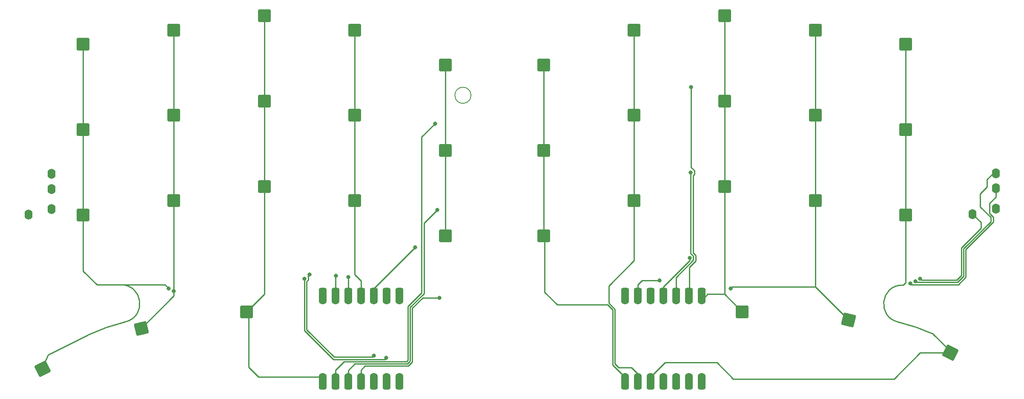
<source format=gbr>
%TF.GenerationSoftware,KiCad,Pcbnew,(6.0.6)*%
%TF.CreationDate,2022-09-11T22:53:33-06:00*%
%TF.ProjectId,miniErgo,6d696e69-4572-4676-9f2e-6b696361645f,rev?*%
%TF.SameCoordinates,Original*%
%TF.FileFunction,Copper,L1,Top*%
%TF.FilePolarity,Positive*%
%FSLAX46Y46*%
G04 Gerber Fmt 4.6, Leading zero omitted, Abs format (unit mm)*
G04 Created by KiCad (PCBNEW (6.0.6)) date 2022-09-11 22:53:33*
%MOMM*%
%LPD*%
G01*
G04 APERTURE LIST*
G04 Aperture macros list*
%AMRoundRect*
0 Rectangle with rounded corners*
0 $1 Rounding radius*
0 $2 $3 $4 $5 $6 $7 $8 $9 X,Y pos of 4 corners*
0 Add a 4 corners polygon primitive as box body*
4,1,4,$2,$3,$4,$5,$6,$7,$8,$9,$2,$3,0*
0 Add four circle primitives for the rounded corners*
1,1,$1+$1,$2,$3*
1,1,$1+$1,$4,$5*
1,1,$1+$1,$6,$7*
1,1,$1+$1,$8,$9*
0 Add four rect primitives between the rounded corners*
20,1,$1+$1,$2,$3,$4,$5,0*
20,1,$1+$1,$4,$5,$6,$7,0*
20,1,$1+$1,$6,$7,$8,$9,0*
20,1,$1+$1,$8,$9,$2,$3,0*%
G04 Aperture macros list end*
%TA.AperFunction,NonConductor*%
%ADD10C,0.150000*%
%TD*%
%TA.AperFunction,ComponentPad*%
%ADD11RoundRect,0.250000X-1.025000X-1.000000X1.025000X-1.000000X1.025000X1.000000X-1.025000X1.000000X0*%
%TD*%
%TA.AperFunction,SMDPad,CuDef*%
%ADD12RoundRect,0.400000X-0.400000X1.100000X-0.400000X-1.100000X0.400000X-1.100000X0.400000X1.100000X0*%
%TD*%
%TA.AperFunction,ComponentPad*%
%ADD13C,1.600000*%
%TD*%
%TA.AperFunction,ComponentPad*%
%ADD14O,1.600000X2.000000*%
%TD*%
%TA.AperFunction,ComponentPad*%
%ADD15RoundRect,0.250000X-0.765347X-1.210317X1.228843X-0.735234X0.765347X1.210317X-1.228843X0.735234X0*%
%TD*%
%TA.AperFunction,ComponentPad*%
%ADD16RoundRect,0.250000X-0.464023X-1.354735X1.365778X-0.430436X0.464023X1.354735X-1.365778X0.430436X0*%
%TD*%
%TA.AperFunction,SMDPad,CuDef*%
%ADD17RoundRect,0.400000X0.400000X-1.100000X0.400000X1.100000X-0.400000X1.100000X-0.400000X-1.100000X0*%
%TD*%
%TA.AperFunction,ComponentPad*%
%ADD18RoundRect,0.250000X-1.365778X-0.430436X0.464023X-1.354735X1.365778X0.430436X-0.464023X1.354735X0*%
%TD*%
%TA.AperFunction,ComponentPad*%
%ADD19RoundRect,0.250000X-1.228843X-0.735234X0.765347X-1.210317X1.228843X0.735234X-0.765347X1.210317X0*%
%TD*%
%TA.AperFunction,ViaPad*%
%ADD20C,0.800000*%
%TD*%
%TA.AperFunction,Conductor*%
%ADD21C,0.250000*%
%TD*%
G04 APERTURE END LIST*
D10*
X145189946Y-55485950D02*
G75*
G03*
X145189946Y-55485950I-1600000J0D01*
G01*
D11*
%TO.P,SWB4,1,1*%
%TO.N,Col 1 B*%
X86089912Y-42486200D03*
%TD*%
D12*
%TO.P,M2,1,D0*%
%TO.N,Col 0 B*%
X130928825Y-95372500D03*
D13*
X130928825Y-96372500D03*
%TO.P,M2,2,D1*%
%TO.N,Col 1 B*%
X128388825Y-96372500D03*
D12*
X128388825Y-95372500D03*
D13*
%TO.P,M2,3,D2*%
%TO.N,Col 4 B*%
X125848825Y-96372500D03*
D12*
X125848825Y-95372500D03*
D13*
%TO.P,M2,4,D3*%
%TO.N,Col 3 B*%
X123308825Y-96372500D03*
D12*
X123308825Y-95372500D03*
D13*
%TO.P,M2,5,D4*%
%TO.N,Net-(J2-PadR2)*%
X120768825Y-96372500D03*
D12*
X120768825Y-95372500D03*
D13*
%TO.P,M2,6,D5*%
%TO.N,Net-(J2-PadR1)*%
X118228825Y-96372500D03*
D12*
X118228825Y-95372500D03*
%TO.P,M2,7,D6*%
%TO.N,Row 3 B*%
X115688825Y-95372500D03*
D13*
X115688825Y-96372500D03*
%TO.P,M2,8,D7*%
%TO.N,Col 2 B*%
X115688825Y-111607500D03*
D12*
X115688825Y-112607500D03*
%TO.P,M2,9,D8*%
%TO.N,Row 0 B*%
X118228825Y-112607500D03*
D13*
X118228825Y-111607500D03*
D12*
%TO.P,M2,10,D9*%
%TO.N,Row 1 B*%
X120768825Y-112607500D03*
D13*
X120768825Y-111607500D03*
%TO.P,M2,11,D10*%
%TO.N,Row 2 B*%
X123308825Y-111607500D03*
D12*
X123308825Y-112607500D03*
%TO.P,M2,12,3V3*%
%TO.N,Net-(J2-PadT)*%
X125848825Y-112607500D03*
D13*
X125848825Y-111607500D03*
%TO.P,M2,13,GND*%
%TO.N,Net-(J2-PadS)*%
X128388825Y-111607500D03*
D12*
X128388825Y-112607500D03*
D13*
%TO.P,M2,14,5V*%
%TO.N,unconnected-(M2-Pad14)*%
X130928825Y-111607500D03*
D12*
X130928825Y-112607500D03*
%TD*%
D11*
%TO.P,SW10,1,1*%
%TO.N,Col 3*%
X213639912Y-42486200D03*
%TD*%
D14*
%TO.P,J2,R1*%
%TO.N,Net-(J2-PadR1)*%
X61789946Y-74148600D03*
%TO.P,J2,R2*%
%TO.N,Net-(J2-PadR2)*%
X61789946Y-71148600D03*
%TO.P,J2,S*%
%TO.N,Net-(J2-PadS)*%
X57189946Y-79248600D03*
%TO.P,J2,T*%
%TO.N,Net-(J2-PadT)*%
X61789946Y-78148600D03*
%TD*%
D11*
%TO.P,SWB8,1,1*%
%TO.N,Col 2 B*%
X104089912Y-56630000D03*
%TD*%
%TO.P,SWB12,1,1*%
%TO.N,Col 3 B*%
X122089912Y-76486200D03*
%TD*%
%TO.P,SW16,1,1*%
%TO.N,Col 2*%
X199140087Y-98630000D03*
%TD*%
%TO.P,SW11,1,1*%
%TO.N,Col 3*%
X213639912Y-59486200D03*
%TD*%
%TO.P,SWB13,1,1*%
%TO.N,Col 4 B*%
X140089912Y-49485950D03*
%TD*%
%TO.P,SWB18,1,1*%
%TO.N,Col 2 B*%
X100589737Y-98630000D03*
%TD*%
%TO.P,SWB14,1,1*%
%TO.N,Col 4 B*%
X140089912Y-66485950D03*
%TD*%
%TO.P,SW15,1,1*%
%TO.N,Col 4*%
X231639912Y-79342400D03*
%TD*%
%TO.P,SW2,1,1*%
%TO.N,Col 0*%
X159639912Y-66485950D03*
%TD*%
%TO.P,SWB10,1,1*%
%TO.N,Col 3 B*%
X122089912Y-42486200D03*
%TD*%
%TO.P,SW4,1,1*%
%TO.N,Col 1*%
X177639912Y-42486200D03*
%TD*%
%TO.P,SW14,1,1*%
%TO.N,Col 4*%
X231639912Y-62342400D03*
%TD*%
D15*
%TO.P,SWB17,1,1*%
%TO.N,Col 1 B*%
X79620108Y-101912764D03*
%TD*%
D11*
%TO.P,SWB1,1,1*%
%TO.N,Col 0 B*%
X68089912Y-45342400D03*
%TD*%
%TO.P,SW13,1,1*%
%TO.N,Col 4*%
X231639912Y-45342400D03*
%TD*%
D16*
%TO.P,SWB16,1,1*%
%TO.N,Col 0 B*%
X59980145Y-109960393D03*
%TD*%
D11*
%TO.P,SW7,1,1*%
%TO.N,Col 2*%
X195639912Y-39630000D03*
%TD*%
%TO.P,SWB3,1,1*%
%TO.N,Col 0 B*%
X68089912Y-79342400D03*
%TD*%
%TO.P,SW9,1,1*%
%TO.N,Col 2*%
X195639912Y-73630000D03*
%TD*%
%TO.P,SWB15,1,1*%
%TO.N,Col 4 B*%
X140089912Y-83485950D03*
%TD*%
%TO.P,SWB9,1,1*%
%TO.N,Col 2 B*%
X104089912Y-73630000D03*
%TD*%
%TO.P,SWB6,1,1*%
%TO.N,Col 1 B*%
X86089912Y-76486200D03*
%TD*%
%TO.P,SWB7,1,1*%
%TO.N,Col 2 B*%
X104089912Y-39630000D03*
%TD*%
D17*
%TO.P,M1,1,D0*%
%TO.N,Col 0*%
X175801000Y-112607500D03*
D13*
X175801000Y-111607500D03*
D17*
%TO.P,M1,2,D1*%
%TO.N,Col 1*%
X178341000Y-112607500D03*
D13*
X178341000Y-111607500D03*
%TO.P,M1,3,D2*%
%TO.N,Col 4*%
X180881000Y-111607500D03*
D17*
X180881000Y-112607500D03*
%TO.P,M1,4,D3*%
%TO.N,Col 3*%
X183421000Y-112607500D03*
D13*
X183421000Y-111607500D03*
%TO.P,M1,5,D4*%
%TO.N,Net-(J1-PadR2)*%
X185961000Y-111607500D03*
D17*
X185961000Y-112607500D03*
D13*
%TO.P,M1,6,D5*%
%TO.N,Net-(J1-PadR1)*%
X188501000Y-111607500D03*
D17*
X188501000Y-112607500D03*
D13*
%TO.P,M1,7,D6*%
%TO.N,Row 3*%
X191041000Y-111607500D03*
D17*
X191041000Y-112607500D03*
D13*
%TO.P,M1,8,D7*%
%TO.N,Col 2*%
X191041000Y-96372500D03*
D17*
X191041000Y-95372500D03*
D13*
%TO.P,M1,9,D8*%
%TO.N,Row 0*%
X188501000Y-96372500D03*
D17*
X188501000Y-95372500D03*
%TO.P,M1,10,D9*%
%TO.N,Row 1*%
X185961000Y-95372500D03*
D13*
X185961000Y-96372500D03*
%TO.P,M1,11,D10*%
%TO.N,Row 2*%
X183421000Y-96372500D03*
D17*
X183421000Y-95372500D03*
D13*
%TO.P,M1,12,3V3*%
%TO.N,Net-(J1-PadT)*%
X180881000Y-96372500D03*
D17*
X180881000Y-95372500D03*
%TO.P,M1,13,GND*%
%TO.N,Net-(J1-PadS)*%
X178341000Y-95372500D03*
D13*
X178341000Y-96372500D03*
D17*
%TO.P,M1,14,5V*%
%TO.N,unconnected-(M1-Pad14)*%
X175801000Y-95372500D03*
D13*
X175801000Y-96372500D03*
%TD*%
D11*
%TO.P,SW6,1,1*%
%TO.N,Col 1*%
X177639912Y-76486200D03*
%TD*%
%TO.P,SW3,1,1*%
%TO.N,Col 0*%
X159639912Y-83485950D03*
%TD*%
D14*
%TO.P,J1,R1*%
%TO.N,Net-(J1-PadR1)*%
X249539946Y-74048600D03*
%TO.P,J1,R2*%
%TO.N,Net-(J1-PadR2)*%
X249539946Y-71048600D03*
%TO.P,J1,S*%
%TO.N,Net-(J1-PadS)*%
X244939946Y-79148600D03*
%TO.P,J1,T*%
%TO.N,Net-(J1-PadT)*%
X249539946Y-78048600D03*
%TD*%
D18*
%TO.P,SW18,1,1*%
%TO.N,Col 4*%
X240501578Y-106804251D03*
%TD*%
D11*
%TO.P,SW1,1,1*%
%TO.N,Col 0*%
X159639912Y-49485950D03*
%TD*%
%TO.P,SWB5,1,1*%
%TO.N,Col 1 B*%
X86089912Y-59486200D03*
%TD*%
%TO.P,SWB2,1,1*%
%TO.N,Col 0 B*%
X68089912Y-62342400D03*
%TD*%
%TO.P,SW5,1,1*%
%TO.N,Col 1*%
X177639912Y-59486200D03*
%TD*%
%TO.P,SW12,1,1*%
%TO.N,Col 3*%
X213639912Y-76486200D03*
%TD*%
D19*
%TO.P,SW17,1,1*%
%TO.N,Col 3*%
X220300285Y-100290529D03*
%TD*%
D11*
%TO.P,SW8,1,1*%
%TO.N,Col 2*%
X195639912Y-56630000D03*
%TD*%
%TO.P,SWB11,1,1*%
%TO.N,Col 3 B*%
X122089912Y-59486200D03*
%TD*%
D20*
%TO.N,Row 0*%
X188939696Y-53886200D03*
%TO.N,Row 1*%
X188839946Y-70886200D03*
%TO.N,Row 2*%
X188689696Y-87886200D03*
%TO.N,Row 0 B*%
X138089662Y-61097303D03*
%TO.N,Row 1 B*%
X138489662Y-78285950D03*
%TO.N,Row 2 B*%
X138878309Y-95885950D03*
%TO.N,Net-(J1-PadR1)*%
X232589946Y-92985950D03*
%TO.N,Net-(J1-PadR2)*%
X233589946Y-92511450D03*
%TO.N,Net-(J1-PadS)*%
X182664745Y-92360450D03*
X234528153Y-92011450D03*
%TO.N,Net-(J2-PadR1)*%
X118339946Y-91485950D03*
%TO.N,Net-(J2-PadR2)*%
X120839946Y-91735950D03*
%TO.N,Net-(J2-PadS)*%
X112089946Y-92011450D03*
X128339946Y-107811450D03*
%TO.N,Net-(J2-PadT)*%
X113089946Y-91235950D03*
X125839946Y-107361450D03*
%TO.N,Col 3*%
X196839946Y-93985950D03*
%TO.N,Col 0 B*%
X85089946Y-93960450D03*
%TO.N,Col 1 B*%
X86089912Y-94485984D03*
%TO.N,Col 4 B*%
X134089946Y-85735950D03*
%TD*%
D21*
%TO.N,Row 0*%
X189589946Y-70485950D02*
X189589946Y-71235950D01*
X189339946Y-86849554D02*
X189864696Y-87374304D01*
X189339946Y-71485950D02*
X189339946Y-86849554D01*
X189864696Y-87374304D02*
X189864696Y-88483992D01*
X189864696Y-88483992D02*
X188589946Y-89758742D01*
X189589946Y-71235950D02*
X189339946Y-71485950D01*
X188939696Y-69835700D02*
X189589946Y-70485950D01*
X188589946Y-96283554D02*
X188501000Y-96372500D01*
X188939696Y-53886200D02*
X188939696Y-69835700D01*
X188589946Y-89758742D02*
X188589946Y-96283554D01*
%TO.N,Row 1*%
X188839946Y-86985950D02*
X189414696Y-87560700D01*
X189414696Y-88297596D02*
X185961000Y-91751292D01*
X188839946Y-70886200D02*
X188839946Y-86985950D01*
X185961000Y-91751292D02*
X185961000Y-96372500D01*
X189414696Y-87560700D02*
X189414696Y-88297596D01*
%TO.N,Row 2*%
X183421000Y-93654896D02*
X188689696Y-88386200D01*
X188689696Y-88386200D02*
X188689696Y-87886200D01*
X183421000Y-96372500D02*
X183421000Y-93654896D01*
%TO.N,Row 0 B*%
X135389946Y-94799554D02*
X132639946Y-97549554D01*
X132639946Y-108299554D02*
X132403550Y-108535950D01*
X119939946Y-108535950D02*
X118228825Y-110247071D01*
X132403550Y-108535950D02*
X119939946Y-108535950D01*
X132639946Y-97549554D02*
X132639946Y-108299554D01*
X118228825Y-110247071D02*
X118228825Y-111607500D01*
X135389946Y-63797019D02*
X135389946Y-94799554D01*
X138089662Y-61097303D02*
X135389946Y-63797019D01*
%TO.N,Row 1 B*%
X132589946Y-108985950D02*
X122089946Y-108985950D01*
X120768825Y-110307071D02*
X120768825Y-111607500D01*
X135839946Y-94985950D02*
X133089946Y-97735950D01*
X133089946Y-108485950D02*
X132589946Y-108985950D01*
X135839946Y-80935666D02*
X135839946Y-94985950D01*
X138489662Y-78285950D02*
X135839946Y-80935666D01*
X133089946Y-97735950D02*
X133089946Y-108485950D01*
X122089946Y-108985950D02*
X120768825Y-110307071D01*
%TO.N,Row 2 B*%
X123308825Y-110217071D02*
X123308825Y-111607500D01*
X135576342Y-95885950D02*
X133539946Y-97922346D01*
X124089946Y-109435950D02*
X123308825Y-110217071D01*
X133539946Y-108672346D02*
X132776342Y-109435950D01*
X133539946Y-97922346D02*
X133539946Y-108672346D01*
X132776342Y-109435950D02*
X124089946Y-109435950D01*
X138878309Y-95885950D02*
X135576342Y-95885950D01*
%TO.N,Net-(J1-PadR1)*%
X249089946Y-79735950D02*
X248339946Y-78985950D01*
X242089946Y-93235950D02*
X243589946Y-91735950D01*
X243589946Y-91735950D02*
X243589946Y-86235950D01*
X249539946Y-75785950D02*
X249539946Y-74048600D01*
X248339946Y-78985950D02*
X248339946Y-76985950D01*
X248339946Y-76985950D02*
X249539946Y-75785950D01*
X243589946Y-86235950D02*
X249089946Y-80735950D01*
X232839946Y-93235950D02*
X242089946Y-93235950D01*
X232589946Y-92985950D02*
X232839946Y-93235950D01*
X249089946Y-80735950D02*
X249089946Y-79735950D01*
%TO.N,Net-(J1-PadR2)*%
X246464945Y-75110951D02*
X247839946Y-73735950D01*
X247839946Y-73735950D02*
X247839946Y-72235950D01*
X248521748Y-79804148D02*
X246464945Y-77747345D01*
X248521748Y-80667752D02*
X248521748Y-79804148D01*
X233814446Y-92735950D02*
X241953550Y-92735950D01*
X246464945Y-77747345D02*
X246464945Y-75110951D01*
X233589946Y-92511450D02*
X233814446Y-92735950D01*
X247839946Y-72235950D02*
X249027296Y-71048600D01*
X243139946Y-86049554D02*
X248521748Y-80667752D01*
X243139946Y-91549554D02*
X243139946Y-86049554D01*
X241953550Y-92735950D02*
X243139946Y-91549554D01*
X249027296Y-71048600D02*
X249539946Y-71048600D01*
%TO.N,Net-(J1-PadS)*%
X179215446Y-92360450D02*
X178339946Y-93235950D01*
X178339946Y-93235950D02*
X178339946Y-96371446D01*
X242689946Y-85863158D02*
X246589946Y-81963158D01*
X241767154Y-92285950D02*
X242689946Y-91363158D01*
X234802653Y-92285950D02*
X241767154Y-92285950D01*
X182664745Y-92360450D02*
X179215446Y-92360450D01*
X234528153Y-92011450D02*
X234802653Y-92285950D01*
X246589946Y-80798600D02*
X244939946Y-79148600D01*
X246589946Y-81963158D02*
X246589946Y-80798600D01*
X242689946Y-91363158D02*
X242689946Y-85863158D01*
X178339946Y-96371446D02*
X178341000Y-96372500D01*
%TO.N,Net-(J2-PadR1)*%
X118228825Y-91597071D02*
X118228825Y-96372500D01*
X118339946Y-91485950D02*
X118228825Y-91597071D01*
%TO.N,Net-(J2-PadR2)*%
X120768825Y-91807071D02*
X120768825Y-96372500D01*
X120839946Y-91735950D02*
X120768825Y-91807071D01*
%TO.N,Net-(J2-PadS)*%
X128339946Y-107811450D02*
X128065446Y-108085950D01*
X117803550Y-108085950D02*
X112089946Y-102372346D01*
X128065446Y-108085950D02*
X117803550Y-108085950D01*
X112089946Y-102372346D02*
X112089946Y-92011450D01*
%TO.N,Net-(J2-PadT)*%
X112539946Y-102185950D02*
X112539946Y-92586755D01*
X112814946Y-91711145D02*
X112714849Y-91611047D01*
X112714849Y-91611047D02*
X113089946Y-91235950D01*
X125565446Y-107635950D02*
X117989946Y-107635950D01*
X125839946Y-107361450D02*
X125565446Y-107635950D01*
X112539946Y-92586755D02*
X112814946Y-92311755D01*
X112814946Y-92311755D02*
X112814946Y-91711145D01*
X117989946Y-107635950D02*
X112539946Y-102185950D01*
%TO.N,Col 0*%
X173339946Y-98235950D02*
X173339946Y-109235950D01*
X175711496Y-111607500D02*
X175801000Y-111607500D01*
X159839946Y-94735950D02*
X162339946Y-97235950D01*
X172339946Y-97235950D02*
X173339946Y-98235950D01*
X159639912Y-49485950D02*
X159639912Y-83485950D01*
X162339946Y-97235950D02*
X172339946Y-97235950D01*
X159639912Y-83485950D02*
X159839946Y-83685984D01*
X173339946Y-109235950D02*
X175711496Y-111607500D01*
X159839946Y-83685984D02*
X159839946Y-94735950D01*
%TO.N,Col 1*%
X177639912Y-76486200D02*
X177639912Y-88435984D01*
X177089946Y-109735950D02*
X178341000Y-110987004D01*
X177639912Y-42486200D02*
X177639912Y-76486200D01*
X174589946Y-109735950D02*
X177089946Y-109735950D01*
X172589946Y-96849554D02*
X173839946Y-98099554D01*
X173839946Y-108985950D02*
X174589946Y-109735950D01*
X178341000Y-110987004D02*
X178341000Y-111607500D01*
X172589946Y-93485950D02*
X172589946Y-96849554D01*
X177639912Y-88435984D02*
X172589946Y-93485950D01*
X173839946Y-98099554D02*
X173839946Y-108985950D01*
%TO.N,Col 3*%
X197195740Y-93630156D02*
X196839946Y-93985950D01*
X213639912Y-93630156D02*
X197195740Y-93630156D01*
X213639912Y-42486200D02*
X213639912Y-76486200D01*
X213639912Y-93630156D02*
X220300285Y-100290529D01*
X213639912Y-76486200D02*
X213639912Y-93630156D01*
%TO.N,Col 4*%
X240501578Y-106473294D02*
X240501578Y-106804251D01*
X231639912Y-79342400D02*
X231639912Y-92807758D01*
X230236793Y-100689402D02*
X230088281Y-100652274D01*
X197339946Y-111985950D02*
X194089946Y-108735950D01*
X231639912Y-92807758D02*
X231146302Y-93301368D01*
X231146302Y-93301368D02*
X230993227Y-93301368D01*
X240501578Y-106804251D02*
X234521645Y-106804251D01*
X229339946Y-111985950D02*
X197339946Y-111985950D01*
X237052071Y-103023787D02*
X240501578Y-106473294D01*
X231639912Y-45342400D02*
X231639912Y-79342400D01*
X234521645Y-106804251D02*
X229339946Y-111985950D01*
X194089946Y-108735950D02*
X183752550Y-108735950D01*
X183752550Y-108735950D02*
X180881000Y-111607500D01*
X230088291Y-100652235D02*
G75*
G02*
X230993227Y-93301368I904909J3619735D01*
G01*
X237052070Y-103023788D02*
G75*
G03*
X230236793Y-100689402I-15918070J-35357212D01*
G01*
%TO.N,Col 2*%
X195639912Y-73630000D02*
X195639912Y-95129825D01*
X195639912Y-95129825D02*
X199140087Y-98630000D01*
X192283675Y-95129825D02*
X191041000Y-96372500D01*
X195639912Y-39630000D02*
X195639912Y-73630000D01*
X195639912Y-95129825D02*
X192283675Y-95129825D01*
%TO.N,Col 0 B*%
X85089946Y-93960450D02*
X84365446Y-93235950D01*
X68089912Y-45342400D02*
X68089912Y-79342400D01*
X68089946Y-90485950D02*
X70839946Y-93235950D01*
X68089912Y-86735916D02*
X68089946Y-86735950D01*
X84365446Y-93235950D02*
X75589946Y-93235950D01*
X68089946Y-86735950D02*
X68089946Y-90485950D01*
X70839946Y-93235950D02*
X75589946Y-93235950D01*
X68089912Y-79342400D02*
X68089912Y-86735916D01*
X61089946Y-107235950D02*
X69089946Y-103235950D01*
X59839946Y-109985950D02*
X61089946Y-107235950D01*
X76499455Y-100623985D02*
G75*
G03*
X75589946Y-93235950I-909505J3638035D01*
G01*
X76499455Y-100623985D02*
G75*
G03*
X69089946Y-103235950I9012845J-37382715D01*
G01*
%TO.N,Col 1 B*%
X86089912Y-42486200D02*
X86089912Y-76486200D01*
X86089912Y-76486200D02*
X86089912Y-94485984D01*
X86089912Y-94485984D02*
X86089912Y-95442960D01*
X86089912Y-95442960D02*
X79620108Y-101912764D01*
%TO.N,Col 3 B*%
X122089912Y-42486200D02*
X122089912Y-76486200D01*
X123308825Y-92454829D02*
X123308825Y-96372500D01*
X122089912Y-91235916D02*
X123308825Y-92454829D01*
X122089912Y-76486200D02*
X122089912Y-91235916D01*
%TO.N,Col 4 B*%
X140089912Y-49485950D02*
X140089912Y-83485950D01*
X134089946Y-85735950D02*
X125848825Y-93977071D01*
X125848825Y-93977071D02*
X125848825Y-96372500D01*
%TO.N,Col 2 B*%
X101012404Y-109658408D02*
X102961496Y-111607500D01*
X104089912Y-39630000D02*
X104089912Y-73630000D01*
X102961496Y-111607500D02*
X115688825Y-111607500D01*
X104089946Y-95129791D02*
X100589737Y-98630000D01*
X101012404Y-99052667D02*
X101012404Y-109658408D01*
X100589737Y-98630000D02*
X101012404Y-99052667D01*
X104089912Y-73630000D02*
X104089946Y-73630034D01*
X104089946Y-73630034D02*
X104089946Y-95129791D01*
%TD*%
M02*

</source>
